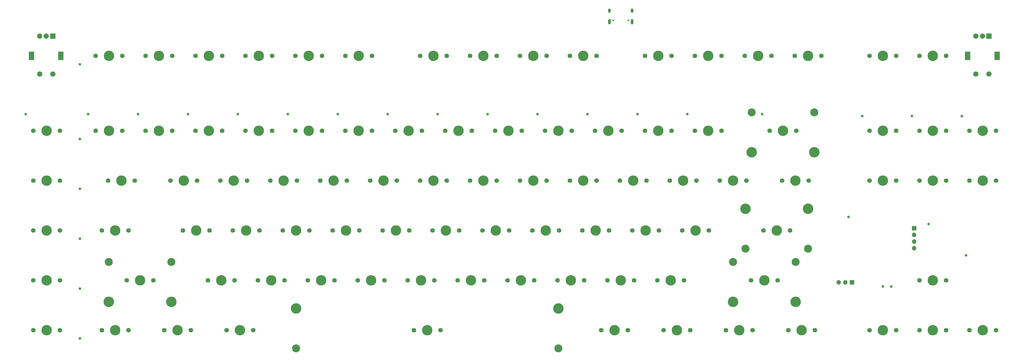
<source format=gts>
%TF.GenerationSoftware,KiCad,Pcbnew,(6.0.0)*%
%TF.CreationDate,2022-03-04T20:35:23-05:00*%
%TF.ProjectId,keyboard0,6b657962-6f61-4726-9430-2e6b69636164,rev?*%
%TF.SameCoordinates,Original*%
%TF.FileFunction,Soldermask,Top*%
%TF.FilePolarity,Negative*%
%FSLAX46Y46*%
G04 Gerber Fmt 4.6, Leading zero omitted, Abs format (unit mm)*
G04 Created by KiCad (PCBNEW (6.0.0)) date 2022-03-04 20:35:23*
%MOMM*%
%LPD*%
G01*
G04 APERTURE LIST*
%ADD10C,1.750000*%
%ADD11C,3.987800*%
%ADD12C,3.050000*%
%ADD13C,4.000000*%
%ADD14R,2.000000X2.000000*%
%ADD15C,2.000000*%
%ADD16R,2.000000X3.200000*%
%ADD17C,1.000000*%
%ADD18R,1.700000X1.700000*%
%ADD19O,1.700000X1.700000*%
%ADD20C,0.650000*%
%ADD21O,1.000000X2.100000*%
%ADD22O,1.000000X1.600000*%
G04 APERTURE END LIST*
D10*
%TO.C,MX52*%
X61432700Y-164295900D03*
D11*
X56352700Y-164295900D03*
D10*
X51272700Y-164295900D03*
%TD*%
%TO.C,MX2*%
X86989200Y-97625100D03*
D11*
X92069200Y-97625100D03*
D10*
X97149200Y-97625100D03*
%TD*%
D11*
%TO.C,MX15*%
X30160600Y-126198300D03*
D10*
X35240600Y-126198300D03*
X25080600Y-126198300D03*
%TD*%
%TO.C,MX33*%
X35240600Y-145247100D03*
D11*
X30160600Y-145247100D03*
D10*
X25080600Y-145247100D03*
%TD*%
%TO.C,MX51*%
X35240600Y-164295900D03*
X25080600Y-164295900D03*
D11*
X30160600Y-164295900D03*
%TD*%
%TO.C,MX65*%
X30160600Y-183344700D03*
D10*
X35240600Y-183344700D03*
X25080600Y-183344700D03*
%TD*%
%TO.C,MX1*%
X48891600Y-97625100D03*
X59051600Y-97625100D03*
D11*
X53971600Y-97625100D03*
%TD*%
%TO.C,MX16*%
X53971600Y-126198300D03*
D10*
X59051600Y-126198300D03*
X48891600Y-126198300D03*
%TD*%
%TO.C,MX34*%
X53653800Y-145247100D03*
D11*
X58733800Y-145247100D03*
D10*
X63813800Y-145247100D03*
%TD*%
%TO.C,MX79*%
X25080600Y-202393500D03*
X35240600Y-202393500D03*
D11*
X30160600Y-202393500D03*
%TD*%
D10*
%TO.C,MX18*%
X86989200Y-126198300D03*
X97149200Y-126198300D03*
D11*
X92069200Y-126198300D03*
%TD*%
D10*
%TO.C,MX36*%
X106673600Y-145247100D03*
X96513600Y-145247100D03*
D11*
X101593600Y-145247100D03*
%TD*%
%TO.C,MX54*%
X106355800Y-164295900D03*
D10*
X111435800Y-164295900D03*
X101275800Y-164295900D03*
%TD*%
%TO.C,MX67*%
X101911400Y-183344700D03*
D11*
X96831400Y-183344700D03*
D10*
X91751400Y-183344700D03*
%TD*%
%TO.C,MX82*%
X109054700Y-202393500D03*
D11*
X103974700Y-202393500D03*
D10*
X98894700Y-202393500D03*
%TD*%
%TO.C,MX17*%
X67940400Y-126198300D03*
X78100400Y-126198300D03*
D11*
X73020400Y-126198300D03*
%TD*%
D10*
%TO.C,MX35*%
X87624800Y-145247100D03*
X77464800Y-145247100D03*
D11*
X82544800Y-145247100D03*
%TD*%
%TO.C,MX53*%
X87248700Y-164295900D03*
D10*
X92328700Y-164295900D03*
X82168700Y-164295900D03*
%TD*%
D12*
%TO.C,MX66*%
X53939100Y-176344700D03*
D10*
X60797100Y-183344700D03*
X70957100Y-183344700D03*
D13*
X53939100Y-191584700D03*
X77815100Y-191584700D03*
D12*
X77815100Y-176344700D03*
D11*
X65877100Y-183344700D03*
%TD*%
%TO.C,MX81*%
X80163700Y-202393500D03*
D10*
X75083700Y-202393500D03*
X85243700Y-202393500D03*
%TD*%
%TO.C,MX3*%
X106038000Y-97625100D03*
X116198000Y-97625100D03*
D11*
X111118000Y-97625100D03*
%TD*%
%TO.C,MX37*%
X120642400Y-145247100D03*
D10*
X115562400Y-145247100D03*
X125722400Y-145247100D03*
%TD*%
D11*
%TO.C,MX55*%
X125404600Y-164295900D03*
D10*
X120324600Y-164295900D03*
X130484600Y-164295900D03*
%TD*%
D11*
%TO.C,MX68*%
X115880200Y-183344700D03*
D10*
X120960200Y-183344700D03*
X110800200Y-183344700D03*
%TD*%
D11*
%TO.C,MX70*%
X153977800Y-183344700D03*
D10*
X159057800Y-183344700D03*
X148897800Y-183344700D03*
%TD*%
%TO.C,MX4*%
X125086800Y-97625100D03*
X135246800Y-97625100D03*
D11*
X130166800Y-97625100D03*
%TD*%
%TO.C,MX20*%
X130166800Y-126198300D03*
D10*
X125086800Y-126198300D03*
X135246800Y-126198300D03*
%TD*%
%TO.C,MX38*%
X134611200Y-145247100D03*
D11*
X139691200Y-145247100D03*
D10*
X144771200Y-145247100D03*
%TD*%
%TO.C,MX56*%
X139373400Y-164295900D03*
D11*
X144453400Y-164295900D03*
D10*
X149533400Y-164295900D03*
%TD*%
%TO.C,MX69*%
X129849000Y-183344700D03*
D11*
X134929000Y-183344700D03*
D10*
X140009000Y-183344700D03*
%TD*%
%TO.C,MX5*%
X154295600Y-97625100D03*
X144135600Y-97625100D03*
D11*
X149215600Y-97625100D03*
%TD*%
%TO.C,MX39*%
X158740000Y-145247100D03*
D10*
X163820000Y-145247100D03*
X153660000Y-145247100D03*
%TD*%
%TO.C,MX57*%
X168582200Y-164295900D03*
D11*
X163502200Y-164295900D03*
D10*
X158422200Y-164295900D03*
%TD*%
%TO.C,MX71*%
X167946600Y-183344700D03*
D11*
X173026600Y-183344700D03*
D10*
X178106600Y-183344700D03*
%TD*%
%TO.C,MX83*%
X170327700Y-202393500D03*
D12*
X225407700Y-209393500D03*
X125407700Y-209393500D03*
D10*
X180487700Y-202393500D03*
D13*
X125407700Y-194153500D03*
D11*
X175407700Y-202393500D03*
D13*
X225407700Y-194153500D03*
%TD*%
D11*
%TO.C,MX22*%
X168264400Y-126198300D03*
D10*
X173344400Y-126198300D03*
X163184400Y-126198300D03*
%TD*%
%TO.C,MX40*%
X182868800Y-145247100D03*
D11*
X177788800Y-145247100D03*
D10*
X172708800Y-145247100D03*
%TD*%
%TO.C,MX58*%
X177471000Y-164295900D03*
X187631000Y-164295900D03*
D11*
X182551000Y-164295900D03*
%TD*%
D10*
%TO.C,MX72*%
X186995400Y-183344700D03*
D11*
X192075400Y-183344700D03*
D10*
X197155400Y-183344700D03*
%TD*%
D11*
%TO.C,MX7*%
X196837600Y-97625100D03*
D10*
X191757600Y-97625100D03*
X201917600Y-97625100D03*
%TD*%
%TO.C,MX23*%
X182233200Y-126198300D03*
X192393200Y-126198300D03*
D11*
X187313200Y-126198300D03*
%TD*%
D10*
%TO.C,MX41*%
X191757600Y-145247100D03*
D11*
X196837600Y-145247100D03*
D10*
X201917600Y-145247100D03*
%TD*%
%TO.C,MX59*%
X206679800Y-164295900D03*
X196519800Y-164295900D03*
D11*
X201599800Y-164295900D03*
%TD*%
D10*
%TO.C,MX73*%
X216204200Y-183344700D03*
X206044200Y-183344700D03*
D11*
X211124200Y-183344700D03*
%TD*%
D10*
%TO.C,MX8*%
X210806400Y-97625100D03*
D11*
X215886400Y-97625100D03*
D10*
X220966400Y-97625100D03*
%TD*%
D11*
%TO.C,MX24*%
X206362000Y-126198300D03*
D10*
X211442000Y-126198300D03*
X201282000Y-126198300D03*
%TD*%
%TO.C,MX42*%
X210806400Y-145247100D03*
D11*
X215886400Y-145247100D03*
D10*
X220966400Y-145247100D03*
%TD*%
%TO.C,MX60*%
X215568600Y-164295900D03*
D11*
X220648600Y-164295900D03*
D10*
X225728600Y-164295900D03*
%TD*%
%TO.C,MX74*%
X225093000Y-183344700D03*
D11*
X230173000Y-183344700D03*
D10*
X235253000Y-183344700D03*
%TD*%
%TO.C,MX9*%
X240015200Y-97625100D03*
X229855200Y-97625100D03*
D11*
X234935200Y-97625100D03*
%TD*%
%TO.C,MX25*%
X225410800Y-126198300D03*
D10*
X220330800Y-126198300D03*
X230490800Y-126198300D03*
%TD*%
%TO.C,MX43*%
X240015200Y-145247100D03*
D11*
X234935200Y-145247100D03*
D10*
X229855200Y-145247100D03*
%TD*%
%TO.C,MX61*%
X234617400Y-164295900D03*
X244777400Y-164295900D03*
D11*
X239697400Y-164295900D03*
%TD*%
%TO.C,MX84*%
X246840700Y-202393500D03*
D10*
X251920700Y-202393500D03*
X241760700Y-202393500D03*
%TD*%
%TO.C,MX10*%
X268588400Y-97625100D03*
D11*
X263508400Y-97625100D03*
D10*
X258428400Y-97625100D03*
%TD*%
D11*
%TO.C,MX26*%
X244459600Y-126198300D03*
D10*
X249539600Y-126198300D03*
X239379600Y-126198300D03*
%TD*%
D11*
%TO.C,MX44*%
X253984000Y-145247100D03*
D10*
X259064000Y-145247100D03*
X248904000Y-145247100D03*
%TD*%
%TO.C,MX62*%
X263826200Y-164295900D03*
D11*
X258746200Y-164295900D03*
D10*
X253666200Y-164295900D03*
%TD*%
%TO.C,MX76*%
X263190600Y-183344700D03*
D11*
X268270600Y-183344700D03*
D10*
X273350600Y-183344700D03*
%TD*%
%TO.C,MX11*%
X277477200Y-97625100D03*
D11*
X282557200Y-97625100D03*
D10*
X287637200Y-97625100D03*
%TD*%
%TO.C,MX27*%
X268588400Y-126198300D03*
D11*
X263508400Y-126198300D03*
D10*
X258428400Y-126198300D03*
%TD*%
%TO.C,MX45*%
X267952800Y-145247100D03*
X278112800Y-145247100D03*
D11*
X273032800Y-145247100D03*
%TD*%
D10*
%TO.C,MX63*%
X272715000Y-164295900D03*
D11*
X277795000Y-164295900D03*
D10*
X282875000Y-164295900D03*
%TD*%
%TO.C,MX85*%
X265571700Y-202393500D03*
X275731700Y-202393500D03*
D11*
X270651700Y-202393500D03*
%TD*%
D10*
%TO.C,MX86*%
X299542700Y-202393500D03*
D11*
X294462700Y-202393500D03*
D10*
X289382700Y-202393500D03*
%TD*%
D11*
%TO.C,MX12*%
X301606000Y-97625100D03*
D10*
X306686000Y-97625100D03*
X296526000Y-97625100D03*
%TD*%
%TO.C,MX28*%
X287637200Y-126198300D03*
X277477200Y-126198300D03*
D11*
X282557200Y-126198300D03*
%TD*%
D10*
%TO.C,MX46*%
X297161600Y-145247100D03*
X287001600Y-145247100D03*
D11*
X292081600Y-145247100D03*
%TD*%
%TO.C,MX87*%
X318273700Y-202393500D03*
D10*
X313193700Y-202393500D03*
X323353700Y-202393500D03*
%TD*%
D11*
%TO.C,MX13*%
X320654800Y-97625100D03*
D10*
X315574800Y-97625100D03*
X325734800Y-97625100D03*
%TD*%
D12*
%TO.C,MX29*%
X323068400Y-119198300D03*
D13*
X299192400Y-134438300D03*
D10*
X306050400Y-126198300D03*
D11*
X311130400Y-126198300D03*
D10*
X316210400Y-126198300D03*
D12*
X299192400Y-119198300D03*
D13*
X323068400Y-134438300D03*
%TD*%
D11*
%TO.C,MX47*%
X315892600Y-145247100D03*
D10*
X320972600Y-145247100D03*
X310812600Y-145247100D03*
%TD*%
%TO.C,MX64*%
X303669300Y-164295900D03*
D13*
X296811300Y-156055900D03*
D12*
X320687300Y-171295900D03*
D11*
X308749300Y-164295900D03*
D12*
X296811300Y-171295900D03*
D10*
X313829300Y-164295900D03*
D13*
X320687300Y-156055900D03*
%TD*%
D10*
%TO.C,MX77*%
X309057562Y-183343844D03*
D13*
X315925100Y-191584700D03*
D12*
X292049100Y-176344700D03*
D11*
X303977562Y-183343844D03*
D10*
X298897562Y-183343844D03*
D13*
X292049100Y-191584700D03*
D12*
X315925100Y-176344700D03*
%TD*%
D11*
%TO.C,MX88*%
X349228000Y-202393500D03*
D10*
X344148000Y-202393500D03*
X354308000Y-202393500D03*
%TD*%
%TO.C,MX30*%
X344148000Y-126198300D03*
X354308000Y-126198300D03*
D11*
X349228000Y-126198300D03*
%TD*%
D10*
%TO.C,MX48*%
X354308000Y-145247100D03*
X344148000Y-145247100D03*
D11*
X349228000Y-145247100D03*
%TD*%
D10*
%TO.C,MX31*%
X373356800Y-126198300D03*
X363196800Y-126198300D03*
D11*
X368276800Y-126198300D03*
%TD*%
D10*
%TO.C,MX49*%
X363196800Y-145247100D03*
D11*
X368276800Y-145247100D03*
D10*
X373356800Y-145247100D03*
%TD*%
D11*
%TO.C,MX78*%
X368276800Y-183344700D03*
D10*
X363196800Y-183344700D03*
X373356800Y-183344700D03*
%TD*%
D11*
%TO.C,MX89*%
X368276800Y-202393500D03*
D10*
X373356800Y-202393500D03*
X363196800Y-202393500D03*
%TD*%
%TO.C,MX50*%
X382245600Y-145247100D03*
D11*
X387325600Y-145247100D03*
D10*
X392405600Y-145247100D03*
%TD*%
%TO.C,MX90*%
X382245600Y-202393500D03*
D11*
X387325600Y-202393500D03*
D10*
X392405600Y-202393500D03*
%TD*%
D14*
%TO.C,ROT2*%
X389706700Y-90084950D03*
D15*
X384706700Y-90084950D03*
X387206700Y-90084950D03*
D16*
X381606700Y-97584950D03*
X392806700Y-97584950D03*
D15*
X384706700Y-104584950D03*
X389706700Y-104584950D03*
%TD*%
D10*
%TO.C,MX6*%
X182868800Y-97625100D03*
X172708800Y-97625100D03*
D11*
X177788800Y-97625100D03*
%TD*%
D10*
%TO.C,MX21*%
X154295600Y-126198300D03*
X144135600Y-126198300D03*
D11*
X149215600Y-126198300D03*
%TD*%
D10*
%TO.C,MX32*%
X392405600Y-126198300D03*
X382245600Y-126198300D03*
D11*
X387325600Y-126198300D03*
%TD*%
%TO.C,MX19*%
X111118000Y-126198300D03*
D10*
X106038000Y-126198300D03*
X116198000Y-126198300D03*
%TD*%
D14*
%TO.C,ROT1*%
X32541700Y-90084950D03*
D15*
X27541700Y-90084950D03*
X30041700Y-90084950D03*
D16*
X35641700Y-97584950D03*
X24441700Y-97584950D03*
D15*
X27541700Y-104584950D03*
X32541700Y-104584950D03*
%TD*%
D11*
%TO.C,MX14*%
X349228000Y-97625100D03*
D10*
X344148000Y-97625100D03*
X354308000Y-97625100D03*
%TD*%
%TO.C,MX80*%
X51272700Y-202393500D03*
X61432700Y-202393500D03*
D11*
X56352700Y-202393500D03*
%TD*%
D10*
%TO.C,MX14.5*%
X363196800Y-97625100D03*
X373356800Y-97625100D03*
D11*
X368276800Y-97625100D03*
%TD*%
%TO.C,MX75*%
X249221800Y-183344700D03*
D10*
X244141800Y-183344700D03*
X254301800Y-183344700D03*
%TD*%
%TO.C,MX1.5*%
X78100400Y-97625100D03*
X67940400Y-97625100D03*
D11*
X73020400Y-97625100D03*
%TD*%
D17*
%TO.C,COL12*%
X255571400Y-119848700D03*
%TD*%
%TO.C,COL13*%
X274620200Y-119848700D03*
%TD*%
%TO.C,COL3*%
X84132200Y-119848700D03*
%TD*%
%TO.C,COL0*%
X22223600Y-119848700D03*
%TD*%
%TO.C,ROW5*%
X42859800Y-205568300D03*
%TD*%
%TO.C,ROW4*%
X42859800Y-186519500D03*
%TD*%
%TO.C,ROW3*%
X42859800Y-167470700D03*
%TD*%
%TO.C,ROW2*%
X42859800Y-148421900D03*
%TD*%
%TO.C,ROW1*%
X42859800Y-129373100D03*
%TD*%
%TO.C,ROW0*%
X42859800Y-100799900D03*
%TD*%
%TO.C,COL16*%
X360339800Y-120642400D03*
%TD*%
%TO.C,COL17*%
X379388600Y-120642400D03*
%TD*%
%TO.C,COL4*%
X103181000Y-119848700D03*
%TD*%
%TO.C,COL5*%
X122229800Y-119848700D03*
%TD*%
%TO.C,COL6*%
X141278600Y-119848700D03*
%TD*%
%TO.C,COL7*%
X160327400Y-119848700D03*
%TD*%
%TO.C,COL8*%
X179376200Y-119848700D03*
%TD*%
%TO.C,COL9*%
X198425000Y-119848700D03*
%TD*%
%TO.C,COL10*%
X217473800Y-119848700D03*
%TD*%
%TO.C,COL11*%
X236522600Y-119848700D03*
%TD*%
%TO.C,COL14*%
X303193400Y-119848700D03*
%TD*%
%TO.C,COL2*%
X65083400Y-119848700D03*
%TD*%
%TO.C,COL1*%
X46034600Y-119848700D03*
%TD*%
%TO.C,BOOT0*%
X380976000Y-173820300D03*
%TD*%
%TO.C,BKL1*%
X336131950Y-159136838D03*
%TD*%
D18*
%TO.C,J1*%
X361133500Y-163502200D03*
D19*
X361133500Y-166042200D03*
X361133500Y-168582200D03*
X361133500Y-171122200D03*
%TD*%
D17*
%TO.C,X1*%
X352402800Y-185725800D03*
%TD*%
%TO.C,X2*%
X349228000Y-185725800D03*
%TD*%
D20*
%TO.C,USB1*%
X246331800Y-84032600D03*
X252111800Y-84032600D03*
D21*
X253541800Y-84562600D03*
D22*
X244901800Y-80382600D03*
D21*
X244901800Y-84562600D03*
D22*
X253541800Y-80382600D03*
%TD*%
D17*
%TO.C,RST1*%
X366689400Y-161914800D03*
%TD*%
%TO.C,COL15*%
X341311250Y-120644488D03*
%TD*%
D18*
%TO.C,J3*%
X337466400Y-184138388D03*
D19*
X334926400Y-184138388D03*
X332386400Y-184138388D03*
%TD*%
M02*

</source>
